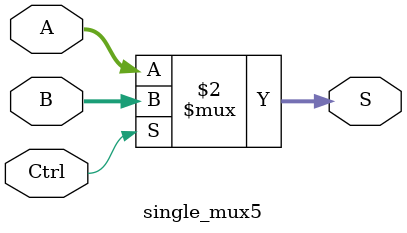
<source format=v>
`timescale 1ns / 1ps

module single_mux5(A, B, Ctrl, S);//2to1MUX
 parameter N = 5;//N=5
 input wire [N-1:0] A, B;
 input Ctrl;
 output wire [N-1:0] S;
 assign S = (Ctrl == 1'b0) ? (A) : (B);
endmodule
</source>
